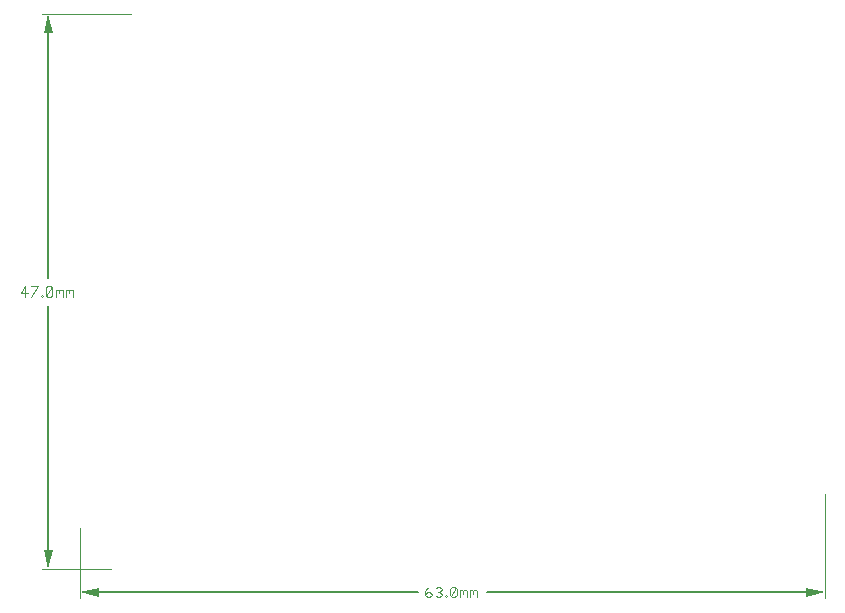
<source format=gbr>
G04 GENERATED BY PULSONIX 7.0 GERBER.DLL 4573*
%INHILLSTAR_50X30_EL_V1_0*%
%LNGERBER_DOCUMENTATION*%
%FSLAX33Y33*%
%IPPOS*%
%LPD*%
%OFA0B0*%
%MOMM*%
%ADD15C,0.125*%
%ADD17C,0.200*%
%ADD281C,0.025*%
%ADD394C,0.001*%
X0Y0D02*
D02*
D15*
X93352Y125933D02*
X93352Y126815D01*
X92984Y126227*
X93573*
X93834Y125933D02*
X94423Y126815D01*
X93834*
X94758Y125933D02*
X94831Y126006D01*
X94758Y126080*
X94684Y126006*
X94758Y125933*
X95145Y126006D02*
X95292Y125933D01*
X95440*
X95587Y126006*
X95660Y126153*
Y126594*
X95587Y126741*
X95440Y126815*
X95292*
X95145Y126741*
X95072Y126594*
Y126153*
X95145Y126006*
X95587Y126741*
X95922Y125933D02*
X95922Y126521D01*
Y126447D02*
X95995Y126521D01*
X96142*
X96216Y126447*
Y126227*
Y126447D02*
X96290Y126521D01*
X96437*
X96510Y126447*
Y125933*
X96772D02*
X96772Y126521D01*
Y126447D02*
X96845Y126521D01*
X96992*
X97066Y126447*
Y126227*
Y126447D02*
X97140Y126521D01*
X97287*
X97360Y126447*
Y125933*
X127209Y100703D02*
X127283Y100850D01*
X127430Y100924*
X127577*
X127724Y100850*
X127798Y100703*
X127724Y100556*
X127577Y100483*
X127430*
X127283Y100556*
X127209Y100703*
Y100924*
X127283Y101144*
X127430Y101291*
X127577Y101365*
X128133Y100556D02*
X128280Y100483D01*
X128427*
X128574Y100556*
X128648Y100703*
X128574Y100850*
X128427Y100924*
X128280*
X128427D02*
X128574Y100997D01*
X128648Y101144*
X128574Y101291*
X128427Y101365*
X128280*
X128133Y101291*
X128983Y100483D02*
X129056Y100556D01*
X128983Y100630*
X128909Y100556*
X128983Y100483*
X129370Y100556D02*
X129517Y100483D01*
X129665*
X129812Y100556*
X129885Y100703*
Y101144*
X129812Y101291*
X129665Y101365*
X129517*
X129370Y101291*
X129297Y101144*
Y100703*
X129370Y100556*
X129812Y101291*
X130147Y100483D02*
X130147Y101071D01*
Y100997D02*
X130220Y101071D01*
X130367*
X130441Y100997*
Y100777*
Y100997D02*
X130515Y101071D01*
X130662*
X130735Y100997*
Y100483*
X130997D02*
X130997Y101071D01*
Y100997D02*
X131070Y101071D01*
X131217*
X131291Y100997*
Y100777*
Y100997D02*
X131365Y101071D01*
X131512*
X131585Y100997*
Y100483*
D02*
D17*
X95303Y103637D02*
Y125150D01*
Y127525D02*
Y149037D01*
X98828Y100887D02*
X126647D01*
X132409D02*
X160228D01*
D02*
D281*
X98028Y106355D02*
Y100387D01*
X100597Y102837D02*
X94803D01*
X102350Y149837D02*
X94803D01*
X161028Y109174D02*
Y100387D01*
D02*
D394*
X95303Y102837D02*
G36*
X94903Y104437D01*
X95703*
X95303Y102837*
G37*
Y149837D02*
G36*
X95703Y148237D01*
X94903*
X95303Y149837*
G37*
X98028Y100887D02*
G36*
X99628Y101287D01*
Y100487*
X98028Y100887*
G37*
X161028D02*
G36*
X159428Y100487D01*
Y101287*
X161028Y100887*
G37*
X0Y0D02*
M02*

</source>
